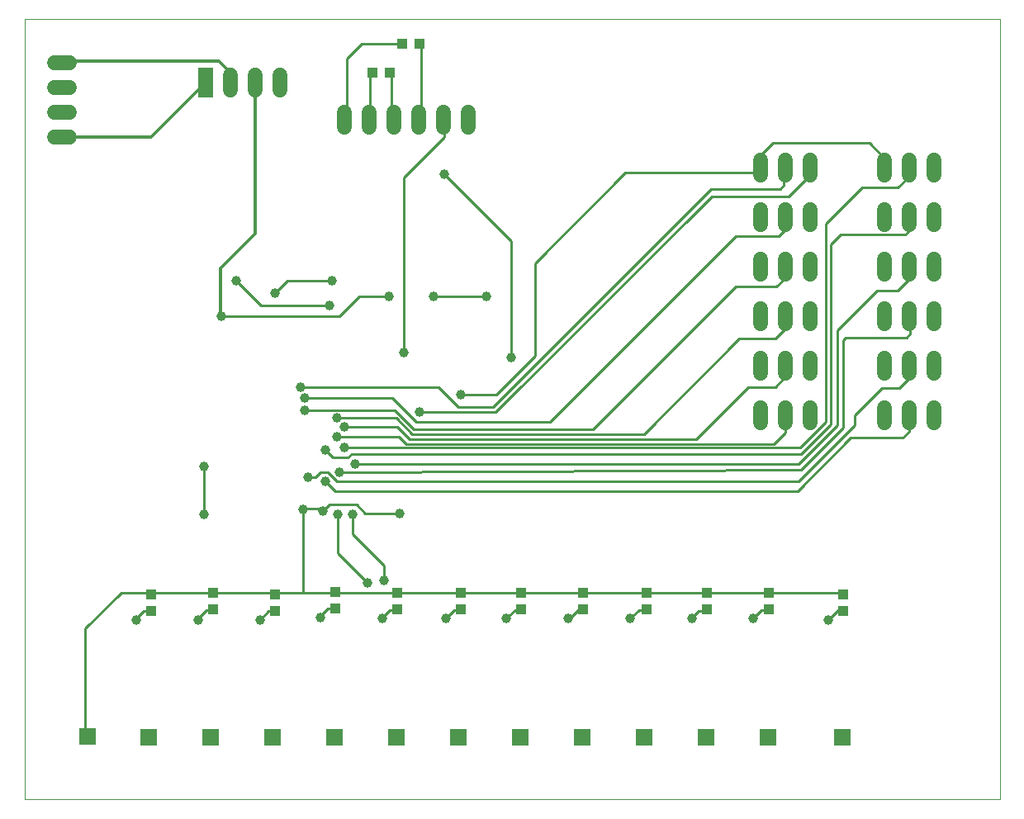
<source format=gbl>
G75*
%MOIN*%
%OFA0B0*%
%FSLAX25Y25*%
%IPPOS*%
%LPD*%
%AMOC8*
5,1,8,0,0,1.08239X$1,22.5*
%
%ADD10C,0.00000*%
%ADD11R,0.06000X0.12000*%
%ADD12C,0.05937*%
%ADD13C,0.06000*%
%ADD14R,0.04331X0.03937*%
%ADD15R,0.03937X0.04331*%
%ADD16C,0.03962*%
%ADD17C,0.01000*%
%ADD18C,0.01200*%
%ADD19R,0.07087X0.07087*%
D10*
X0003500Y0001000D02*
X0003500Y0315961D01*
X0397201Y0315961D01*
X0397201Y0001000D01*
X0003500Y0001000D01*
D11*
X0076500Y0290500D03*
D12*
X0076500Y0287531D02*
X0076500Y0293469D01*
X0086500Y0293469D02*
X0086500Y0287531D01*
X0096500Y0287531D02*
X0096500Y0293469D01*
X0106500Y0293469D02*
X0106500Y0287531D01*
D13*
X0132500Y0278500D02*
X0132500Y0272500D01*
X0142500Y0272500D02*
X0142500Y0278500D01*
X0152500Y0278500D02*
X0152500Y0272500D01*
X0162500Y0272500D02*
X0162500Y0278500D01*
X0172500Y0278500D02*
X0172500Y0272500D01*
X0182500Y0272500D02*
X0182500Y0278500D01*
X0300500Y0259000D02*
X0300500Y0253000D01*
X0310500Y0253000D02*
X0310500Y0259000D01*
X0320500Y0259000D02*
X0320500Y0253000D01*
X0320500Y0239000D02*
X0320500Y0233000D01*
X0310500Y0233000D02*
X0310500Y0239000D01*
X0300500Y0239000D02*
X0300500Y0233000D01*
X0300500Y0219000D02*
X0300500Y0213000D01*
X0310500Y0213000D02*
X0310500Y0219000D01*
X0320500Y0219000D02*
X0320500Y0213000D01*
X0320500Y0199000D02*
X0320500Y0193000D01*
X0310500Y0193000D02*
X0310500Y0199000D01*
X0300500Y0199000D02*
X0300500Y0193000D01*
X0300500Y0179000D02*
X0300500Y0173000D01*
X0310500Y0173000D02*
X0310500Y0179000D01*
X0320500Y0179000D02*
X0320500Y0173000D01*
X0320500Y0159000D02*
X0320500Y0153000D01*
X0310500Y0153000D02*
X0310500Y0159000D01*
X0300500Y0159000D02*
X0300500Y0153000D01*
X0350500Y0153000D02*
X0350500Y0159000D01*
X0360500Y0159000D02*
X0360500Y0153000D01*
X0370500Y0153000D02*
X0370500Y0159000D01*
X0370500Y0173000D02*
X0370500Y0179000D01*
X0360500Y0179000D02*
X0360500Y0173000D01*
X0350500Y0173000D02*
X0350500Y0179000D01*
X0350500Y0193000D02*
X0350500Y0199000D01*
X0360500Y0199000D02*
X0360500Y0193000D01*
X0370500Y0193000D02*
X0370500Y0199000D01*
X0370500Y0213000D02*
X0370500Y0219000D01*
X0360500Y0219000D02*
X0360500Y0213000D01*
X0350500Y0213000D02*
X0350500Y0219000D01*
X0350500Y0233000D02*
X0350500Y0239000D01*
X0360500Y0239000D02*
X0360500Y0233000D01*
X0370500Y0233000D02*
X0370500Y0239000D01*
X0370500Y0253000D02*
X0370500Y0259000D01*
X0360500Y0259000D02*
X0360500Y0253000D01*
X0350500Y0253000D02*
X0350500Y0259000D01*
X0021500Y0268500D02*
X0015500Y0268500D01*
X0015500Y0278500D02*
X0021500Y0278500D01*
X0021500Y0288500D02*
X0015500Y0288500D01*
X0015500Y0298500D02*
X0021500Y0298500D01*
D14*
X0054500Y0083846D03*
X0054500Y0077154D03*
X0079500Y0077654D03*
X0079500Y0084346D03*
X0104500Y0083846D03*
X0104500Y0077154D03*
X0129000Y0078154D03*
X0129000Y0084846D03*
X0154000Y0084346D03*
X0154000Y0077654D03*
X0179500Y0077654D03*
X0179500Y0084346D03*
X0204000Y0084346D03*
X0204000Y0077654D03*
X0229000Y0077654D03*
X0229000Y0084346D03*
X0254500Y0084346D03*
X0254500Y0077654D03*
X0279000Y0077654D03*
X0279000Y0084346D03*
X0304000Y0084346D03*
X0304000Y0077654D03*
X0334000Y0077154D03*
X0334000Y0083846D03*
D15*
X0150846Y0294500D03*
X0144154Y0294500D03*
X0156154Y0306000D03*
X0162846Y0306000D03*
D16*
X0173000Y0253500D03*
X0127500Y0210500D03*
X0126500Y0200500D03*
X0104500Y0205500D03*
X0089000Y0210500D03*
X0083000Y0196000D03*
X0115000Y0167500D03*
X0116500Y0163000D03*
X0116500Y0158000D03*
X0129500Y0155000D03*
X0132500Y0151500D03*
X0129500Y0147500D03*
X0132500Y0143000D03*
X0125000Y0142000D03*
X0130500Y0133000D03*
X0125000Y0129500D03*
X0118000Y0131000D03*
X0116000Y0118000D03*
X0124000Y0117500D03*
X0130000Y0116000D03*
X0136000Y0116000D03*
X0155000Y0116500D03*
X0137000Y0136500D03*
X0163000Y0157500D03*
X0179500Y0164500D03*
X0200000Y0179500D03*
X0190000Y0204000D03*
X0168500Y0204000D03*
X0150500Y0204000D03*
X0156500Y0181500D03*
X0076000Y0135500D03*
X0076000Y0116000D03*
X0073500Y0073500D03*
X0048500Y0073500D03*
X0098500Y0073500D03*
X0123000Y0074500D03*
X0142000Y0088500D03*
X0148500Y0089500D03*
X0148000Y0074000D03*
X0173500Y0074000D03*
X0198000Y0074000D03*
X0223000Y0074000D03*
X0248000Y0074000D03*
X0273000Y0074000D03*
X0297500Y0074000D03*
X0328000Y0073500D03*
D17*
X0332000Y0077500D01*
X0334000Y0077500D01*
X0335000Y0084000D02*
X0334500Y0084500D01*
X0116000Y0084500D01*
X0116000Y0118000D01*
X0116500Y0118500D01*
X0124000Y0118500D01*
X0124000Y0117500D02*
X0126500Y0120000D01*
X0137500Y0120000D01*
X0141000Y0116500D01*
X0155000Y0116500D01*
X0136000Y0116000D02*
X0136000Y0108000D01*
X0148500Y0095500D01*
X0148500Y0089500D01*
X0142000Y0088500D02*
X0130000Y0100500D01*
X0130000Y0116000D01*
X0129000Y0125500D02*
X0125000Y0129500D01*
X0126000Y0133000D02*
X0123000Y0133000D01*
X0121000Y0131000D01*
X0118000Y0131000D01*
X0126000Y0133000D02*
X0129500Y0129500D01*
X0316000Y0129500D01*
X0338500Y0152000D01*
X0338500Y0156000D01*
X0349500Y0167000D01*
X0356500Y0167000D01*
X0361000Y0171500D01*
X0359500Y0187500D02*
X0335000Y0187500D01*
X0334000Y0186500D01*
X0334000Y0151000D01*
X0317000Y0134000D01*
X0133000Y0133000D01*
X0130500Y0133000D01*
X0128000Y0139000D02*
X0125000Y0142000D01*
X0128000Y0139000D02*
X0134000Y0139000D01*
X0135500Y0140500D01*
X0317000Y0140500D01*
X0329000Y0152500D01*
X0329000Y0225000D01*
X0333000Y0229000D01*
X0359000Y0229000D01*
X0360500Y0230500D01*
X0360500Y0233000D01*
X0356000Y0248000D02*
X0341500Y0248000D01*
X0327000Y0233500D01*
X0327000Y0153500D01*
X0316500Y0143000D01*
X0132500Y0143000D01*
X0129500Y0147500D02*
X0154500Y0147500D01*
X0157500Y0144500D01*
X0306000Y0144500D01*
X0310500Y0149000D01*
X0310500Y0151500D01*
X0316000Y0136500D02*
X0331500Y0152000D01*
X0331500Y0190500D01*
X0347500Y0206500D01*
X0356000Y0206500D01*
X0361000Y0211500D01*
X0361000Y0192000D02*
X0361000Y0189000D01*
X0359500Y0187500D01*
X0360500Y0151500D02*
X0360500Y0149500D01*
X0358000Y0147000D01*
X0337000Y0147000D01*
X0315500Y0125500D01*
X0129000Y0125500D01*
X0137000Y0136500D02*
X0316000Y0136500D01*
X0306500Y0167500D02*
X0295500Y0167500D01*
X0274500Y0146500D01*
X0159000Y0146500D01*
X0154000Y0151500D01*
X0132500Y0151500D01*
X0129500Y0155000D02*
X0153500Y0155000D01*
X0160000Y0148500D01*
X0253500Y0148500D01*
X0292000Y0187000D01*
X0306500Y0187000D01*
X0311000Y0191500D01*
X0307000Y0208000D02*
X0290500Y0208000D01*
X0233000Y0150500D01*
X0160500Y0150500D01*
X0153000Y0158000D01*
X0116500Y0158000D01*
X0116500Y0163000D02*
X0152000Y0163000D01*
X0161500Y0153500D01*
X0215500Y0153500D01*
X0290500Y0228500D01*
X0308000Y0228500D01*
X0311000Y0231500D01*
X0312000Y0244500D02*
X0320500Y0253000D01*
X0310000Y0251500D02*
X0310000Y0249000D01*
X0308500Y0247500D01*
X0280500Y0247500D01*
X0192500Y0159500D01*
X0178500Y0159500D01*
X0170500Y0167500D01*
X0115000Y0167500D01*
X0130500Y0196000D02*
X0083000Y0196000D01*
X0089000Y0210500D02*
X0099000Y0200500D01*
X0126500Y0200500D01*
X0130500Y0196000D02*
X0138500Y0204000D01*
X0150500Y0204000D01*
X0168500Y0204000D02*
X0190000Y0204000D01*
X0209500Y0217500D02*
X0246000Y0254000D01*
X0301500Y0254000D01*
X0302500Y0253000D01*
X0300500Y0258000D02*
X0300500Y0261000D01*
X0305500Y0266000D01*
X0344500Y0266000D01*
X0351000Y0259500D01*
X0360500Y0252500D02*
X0356000Y0248000D01*
X0312000Y0244500D02*
X0281000Y0244500D01*
X0193500Y0157500D01*
X0163000Y0157500D01*
X0179500Y0164500D02*
X0194000Y0164500D01*
X0209500Y0180000D01*
X0209500Y0217500D01*
X0200000Y0226500D02*
X0173000Y0253500D01*
X0173000Y0268500D02*
X0156500Y0252000D01*
X0156500Y0181500D01*
X0127500Y0210500D02*
X0109500Y0210500D01*
X0104500Y0205500D01*
X0173000Y0268500D02*
X0173000Y0275000D01*
X0172500Y0275500D01*
X0163500Y0276500D02*
X0163500Y0306000D01*
X0155500Y0306000D02*
X0139500Y0306000D01*
X0133500Y0300000D01*
X0133500Y0276000D01*
X0142000Y0275500D02*
X0142000Y0275000D01*
X0143000Y0277000D02*
X0143000Y0294000D01*
X0151500Y0293000D02*
X0151500Y0277500D01*
X0200000Y0226500D02*
X0200000Y0179500D01*
X0306500Y0167500D02*
X0311000Y0172000D01*
X0307000Y0208000D02*
X0310500Y0211500D01*
X0304000Y0077500D02*
X0301000Y0077500D01*
X0297500Y0074000D01*
X0278500Y0077000D02*
X0275500Y0077000D01*
X0273000Y0074500D01*
X0254500Y0077500D02*
X0251500Y0077500D01*
X0248000Y0074000D01*
X0229000Y0077500D02*
X0227000Y0077500D01*
X0223500Y0074000D01*
X0204000Y0077500D02*
X0201500Y0077500D01*
X0198000Y0074000D01*
X0179500Y0077500D02*
X0177000Y0077500D01*
X0173000Y0073500D01*
X0154000Y0077500D02*
X0151000Y0077500D01*
X0147500Y0074000D01*
X0128000Y0078000D02*
X0126000Y0078000D01*
X0123000Y0075000D01*
X0116000Y0084500D02*
X0042500Y0084500D01*
X0028000Y0070000D01*
X0028000Y0025500D01*
X0048500Y0074000D02*
X0051500Y0077000D01*
X0054000Y0077000D01*
X0073000Y0073500D02*
X0077000Y0077500D01*
X0079500Y0077500D01*
X0098500Y0073500D02*
X0102000Y0077000D01*
X0104500Y0077000D01*
X0076000Y0116000D02*
X0076000Y0136000D01*
D18*
X0083000Y0196000D02*
X0082500Y0196500D01*
X0082500Y0215500D01*
X0096500Y0229500D01*
X0096500Y0290500D01*
X0086500Y0294500D02*
X0082000Y0299000D01*
X0018500Y0299000D01*
X0018500Y0268500D02*
X0054500Y0268500D01*
X0076500Y0290500D01*
D19*
X0078500Y0026000D03*
X0053500Y0026000D03*
X0029000Y0026500D03*
X0103500Y0026000D03*
X0128500Y0026000D03*
X0153500Y0026000D03*
X0178500Y0026000D03*
X0203500Y0026000D03*
X0228500Y0026000D03*
X0253500Y0026000D03*
X0278500Y0026000D03*
X0303500Y0026000D03*
X0333500Y0026000D03*
M02*

</source>
